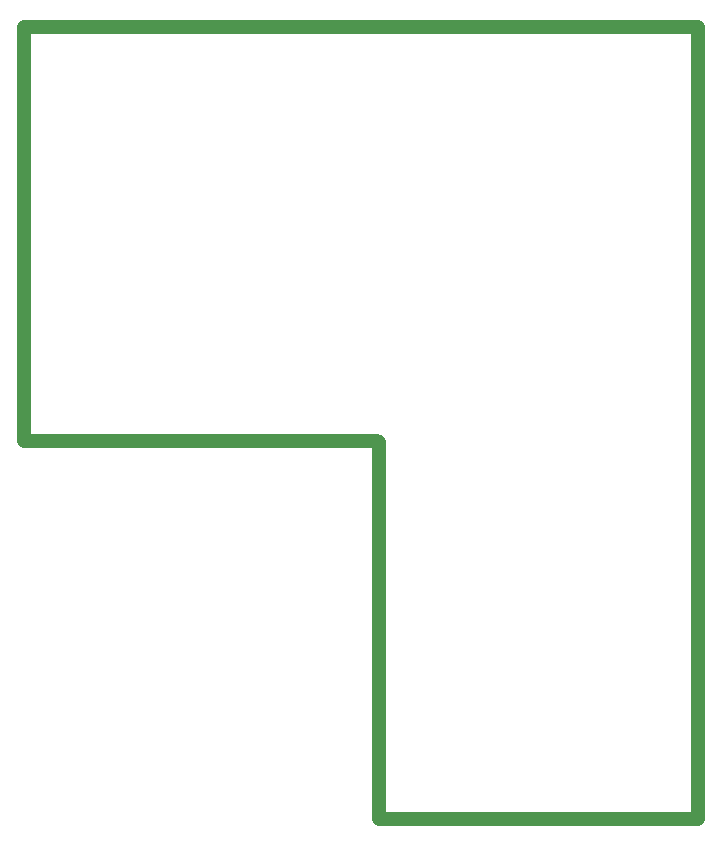
<source format=gm1>
G04*
G04 #@! TF.GenerationSoftware,Altium Limited,Altium Designer,22.2.1 (43)*
G04*
G04 Layer_Color=16711935*
%FSLAX44Y44*%
%MOMM*%
G71*
G04*
G04 #@! TF.SameCoordinates,82B9A7A7-C451-481E-A025-ABCBCC36AE2A*
G04*
G04*
G04 #@! TF.FilePolarity,Positive*
G04*
G01*
G75*
%ADD17C,1.2000*%
D17*
X90000Y485000D02*
Y835000D01*
X660745D01*
X660750Y834996D01*
Y165000D02*
Y834996D01*
X390000Y165000D02*
X660750D01*
X390000D02*
Y484000D01*
X389000Y485000D02*
X390000Y484000D01*
X90000Y485000D02*
X389000D01*
X90000D02*
Y835000D01*
X660745D01*
X660750Y834996D01*
Y165000D02*
Y834996D01*
X390000Y165000D02*
X660750D01*
X390000D02*
Y484000D01*
X389000Y485000D02*
X390000Y484000D01*
X90000Y485000D02*
X389000D01*
M02*

</source>
